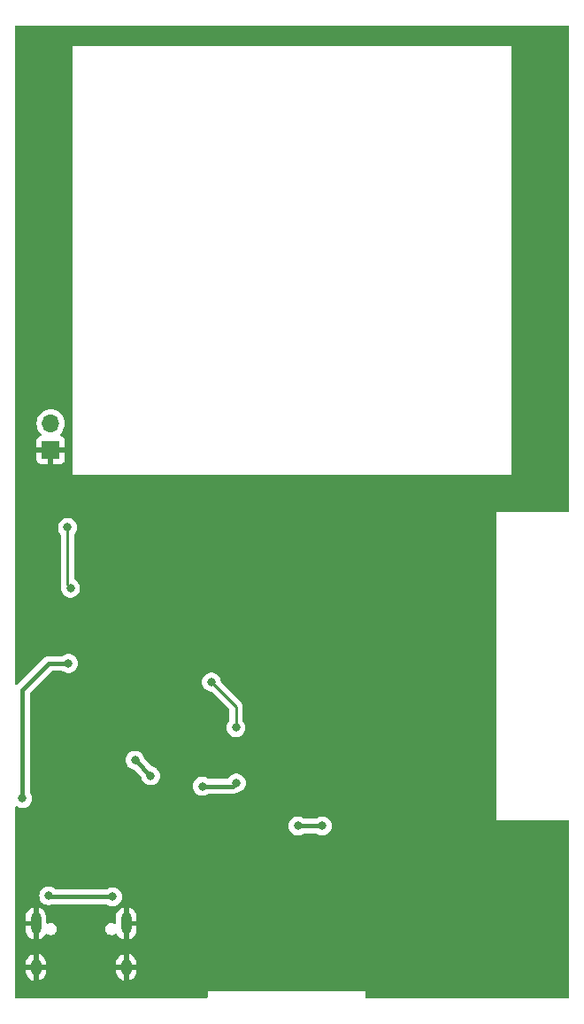
<source format=gbr>
%TF.GenerationSoftware,KiCad,Pcbnew,7.0.10+dfsg-1*%
%TF.CreationDate,2024-02-28T21:18:20+08:00*%
%TF.ProjectId,eink_digit_clk,65696e6b-5f64-4696-9769-745f636c6b2e,rev?*%
%TF.SameCoordinates,Original*%
%TF.FileFunction,Copper,L2,Bot*%
%TF.FilePolarity,Positive*%
%FSLAX46Y46*%
G04 Gerber Fmt 4.6, Leading zero omitted, Abs format (unit mm)*
G04 Created by KiCad (PCBNEW 7.0.10+dfsg-1) date 2024-02-28 21:18:20*
%MOMM*%
%LPD*%
G01*
G04 APERTURE LIST*
%TA.AperFunction,ComponentPad*%
%ADD10O,1.000000X2.100000*%
%TD*%
%TA.AperFunction,ComponentPad*%
%ADD11O,1.000000X1.600000*%
%TD*%
%TA.AperFunction,ComponentPad*%
%ADD12R,1.700000X1.700000*%
%TD*%
%TA.AperFunction,ComponentPad*%
%ADD13O,1.700000X1.700000*%
%TD*%
%TA.AperFunction,ViaPad*%
%ADD14C,0.800000*%
%TD*%
%TA.AperFunction,Conductor*%
%ADD15C,0.400000*%
%TD*%
%TA.AperFunction,Conductor*%
%ADD16C,0.250000*%
%TD*%
G04 APERTURE END LIST*
D10*
%TO.P,J2,S1,SHIELD*%
%TO.N,GND*%
X88480000Y-142845000D03*
D11*
X88480000Y-147025000D03*
D10*
X97120000Y-142845000D03*
D11*
X97120000Y-147025000D03*
%TD*%
D12*
%TO.P,J3,1,Pin_1*%
%TO.N,GND*%
X89900000Y-97575000D03*
D13*
%TO.P,J3,2,Pin_2*%
%TO.N,VBAT*%
X89900000Y-95035000D03*
%TD*%
D14*
%TO.N,GND*%
X120400000Y-135175000D03*
X92700000Y-128600000D03*
X124575000Y-102025000D03*
X132000000Y-105000000D03*
X103500000Y-111900000D03*
X117600000Y-107900000D03*
X110300000Y-141400000D03*
X94400000Y-109100000D03*
X131600000Y-129200000D03*
X109550000Y-122125000D03*
X103250000Y-103575000D03*
X137225000Y-145850000D03*
X89700000Y-88900000D03*
X128100000Y-117100000D03*
X91100000Y-136400000D03*
X92300000Y-114200000D03*
X89800000Y-100000000D03*
X127725000Y-134325000D03*
X91100000Y-120500000D03*
X94900000Y-136600000D03*
X125525000Y-143750000D03*
X101375000Y-131175000D03*
X127650000Y-139650000D03*
X103950000Y-135250000D03*
X126475000Y-107150000D03*
%TO.N,VBUS*%
X87200000Y-130900000D03*
X95800000Y-140300000D03*
X89700000Y-140200000D03*
X91600000Y-118000000D03*
%TO.N,Net-(U1-GPIO9)*%
X105275000Y-119775000D03*
X107625000Y-124125000D03*
%TO.N,+3V3*%
X97962500Y-127237500D03*
X107653673Y-129421000D03*
X104400000Y-129725000D03*
X115875000Y-133525000D03*
X99457371Y-128732371D03*
X113550000Y-133525000D03*
%TO.N,Net-(D6-K)*%
X91800000Y-110800000D03*
X91500000Y-105000000D03*
%TD*%
D15*
%TO.N,VBUS*%
X89700000Y-118000000D02*
X91600000Y-118000000D01*
X87200000Y-130900000D02*
X87200000Y-120500000D01*
X95800000Y-140300000D02*
X89800000Y-140300000D01*
X89800000Y-140300000D02*
X89700000Y-140200000D01*
X87200000Y-120500000D02*
X89700000Y-118000000D01*
D16*
%TO.N,Net-(U1-GPIO9)*%
X107625000Y-124125000D02*
X107625000Y-122125000D01*
X107625000Y-122125000D02*
X105275000Y-119775000D01*
D15*
%TO.N,+3V3*%
X104400000Y-129725000D02*
X107349673Y-129725000D01*
X107349673Y-129725000D02*
X107653673Y-129421000D01*
X115875000Y-133525000D02*
X113550000Y-133525000D01*
X99457371Y-128732371D02*
X97962500Y-127237500D01*
D16*
%TO.N,Net-(D6-K)*%
X91500000Y-110500000D02*
X91800000Y-110800000D01*
X91500000Y-105000000D02*
X91500000Y-110500000D01*
%TD*%
%TA.AperFunction,Conductor*%
%TO.N,GND*%
G36*
X139442539Y-57020185D02*
G01*
X139488294Y-57072989D01*
X139499500Y-57124500D01*
X139499500Y-103376000D01*
X139479815Y-103443039D01*
X139427011Y-103488794D01*
X139375500Y-103500000D01*
X132500000Y-103500000D01*
X132500000Y-133000000D01*
X139375500Y-133000000D01*
X139442539Y-133019685D01*
X139488294Y-133072489D01*
X139499500Y-133124000D01*
X139499500Y-149875500D01*
X139479815Y-149942539D01*
X139427011Y-149988294D01*
X139375500Y-149999500D01*
X120124500Y-149999500D01*
X120057461Y-149979815D01*
X120011706Y-149927011D01*
X120000500Y-149875500D01*
X120000500Y-149324759D01*
X120000528Y-149324616D01*
X120000524Y-149324616D01*
X120000539Y-149300002D01*
X120000541Y-149300000D01*
X120000462Y-149299808D01*
X120000384Y-149299618D01*
X120000380Y-149299614D01*
X120000194Y-149299538D01*
X120000002Y-149299459D01*
X119975446Y-149299459D01*
X119975240Y-149299500D01*
X104924760Y-149299500D01*
X104924554Y-149299459D01*
X104899998Y-149299459D01*
X104899807Y-149299538D01*
X104899619Y-149299615D01*
X104899615Y-149299618D01*
X104899459Y-149299999D01*
X104899476Y-149324616D01*
X104899471Y-149324616D01*
X104899500Y-149324759D01*
X104899500Y-149875500D01*
X104879815Y-149942539D01*
X104827011Y-149988294D01*
X104775500Y-149999500D01*
X86624500Y-149999500D01*
X86557461Y-149979815D01*
X86511706Y-149927011D01*
X86500500Y-149875500D01*
X86500500Y-147375713D01*
X87480000Y-147375713D01*
X87495418Y-147527338D01*
X87556299Y-147721381D01*
X87556304Y-147721391D01*
X87655005Y-147899215D01*
X87655005Y-147899216D01*
X87787478Y-148053530D01*
X87787479Y-148053531D01*
X87948304Y-148178018D01*
X88130907Y-148267589D01*
X88230000Y-148293244D01*
X88230000Y-147491110D01*
X88254457Y-147530610D01*
X88343962Y-147598201D01*
X88451840Y-147628895D01*
X88563521Y-147618546D01*
X88663922Y-147568552D01*
X88730000Y-147496069D01*
X88730000Y-148298365D01*
X88731944Y-148298069D01*
X88731945Y-148298069D01*
X88922660Y-148227436D01*
X88922664Y-148227434D01*
X89095267Y-148119850D01*
X89242668Y-147979735D01*
X89242669Y-147979733D01*
X89358856Y-147812804D01*
X89439059Y-147625907D01*
X89480000Y-147426690D01*
X89480000Y-147375713D01*
X96120000Y-147375713D01*
X96135418Y-147527338D01*
X96196299Y-147721381D01*
X96196304Y-147721391D01*
X96295005Y-147899215D01*
X96295005Y-147899216D01*
X96427478Y-148053530D01*
X96427479Y-148053531D01*
X96588304Y-148178018D01*
X96770907Y-148267589D01*
X96870000Y-148293244D01*
X96870000Y-147491110D01*
X96894457Y-147530610D01*
X96983962Y-147598201D01*
X97091840Y-147628895D01*
X97203521Y-147618546D01*
X97303922Y-147568552D01*
X97370000Y-147496069D01*
X97370000Y-148298366D01*
X97371944Y-148298069D01*
X97371945Y-148298069D01*
X97562660Y-148227436D01*
X97562664Y-148227434D01*
X97735267Y-148119850D01*
X97882668Y-147979735D01*
X97882669Y-147979733D01*
X97998856Y-147812804D01*
X98079059Y-147625907D01*
X98120000Y-147426690D01*
X98120000Y-147275000D01*
X97420000Y-147275000D01*
X97420000Y-146775000D01*
X98120000Y-146775000D01*
X98120000Y-146674286D01*
X98104581Y-146522661D01*
X98043700Y-146328618D01*
X98043695Y-146328608D01*
X97944994Y-146150784D01*
X97944994Y-146150783D01*
X97812521Y-145996469D01*
X97812520Y-145996468D01*
X97651695Y-145871981D01*
X97469093Y-145782411D01*
X97370000Y-145756753D01*
X97370000Y-146558889D01*
X97345543Y-146519390D01*
X97256038Y-146451799D01*
X97148160Y-146421105D01*
X97036479Y-146431454D01*
X96936078Y-146481448D01*
X96870000Y-146553930D01*
X96870000Y-145751633D01*
X96868053Y-145751931D01*
X96868047Y-145751933D01*
X96677342Y-145822562D01*
X96677335Y-145822565D01*
X96504732Y-145930149D01*
X96357331Y-146070264D01*
X96357330Y-146070266D01*
X96241143Y-146237195D01*
X96160940Y-146424092D01*
X96120000Y-146623309D01*
X96120000Y-146775000D01*
X96820000Y-146775000D01*
X96820000Y-147275000D01*
X96120000Y-147275000D01*
X96120000Y-147375713D01*
X89480000Y-147375713D01*
X89480000Y-147275000D01*
X88780000Y-147275000D01*
X88780000Y-146775000D01*
X89480000Y-146775000D01*
X89480000Y-146674286D01*
X89464581Y-146522661D01*
X89403700Y-146328618D01*
X89403695Y-146328608D01*
X89304994Y-146150784D01*
X89304994Y-146150783D01*
X89172521Y-145996469D01*
X89172520Y-145996468D01*
X89011695Y-145871981D01*
X88829093Y-145782411D01*
X88730000Y-145756753D01*
X88730000Y-146558889D01*
X88705543Y-146519390D01*
X88616038Y-146451799D01*
X88508160Y-146421105D01*
X88396479Y-146431454D01*
X88296078Y-146481448D01*
X88230000Y-146553930D01*
X88230000Y-145751633D01*
X88228053Y-145751931D01*
X88228047Y-145751933D01*
X88037342Y-145822562D01*
X88037335Y-145822565D01*
X87864732Y-145930149D01*
X87717331Y-146070264D01*
X87717330Y-146070266D01*
X87601143Y-146237195D01*
X87520940Y-146424092D01*
X87480000Y-146623309D01*
X87480000Y-146775000D01*
X88180000Y-146775000D01*
X88180000Y-147275000D01*
X87480000Y-147275000D01*
X87480000Y-147375713D01*
X86500500Y-147375713D01*
X86500500Y-143445713D01*
X87480000Y-143445713D01*
X87495418Y-143597338D01*
X87556299Y-143791381D01*
X87556304Y-143791391D01*
X87655005Y-143969215D01*
X87655005Y-143969216D01*
X87787478Y-144123530D01*
X87787479Y-144123531D01*
X87948304Y-144248018D01*
X88130907Y-144337589D01*
X88230000Y-144363244D01*
X88230000Y-143561110D01*
X88254457Y-143600610D01*
X88343962Y-143668201D01*
X88451840Y-143698895D01*
X88563521Y-143688546D01*
X88663922Y-143638552D01*
X88730000Y-143566069D01*
X88730000Y-144368365D01*
X88731944Y-144368069D01*
X88731945Y-144368069D01*
X88922660Y-144297436D01*
X88922664Y-144297434D01*
X89095267Y-144189850D01*
X89242668Y-144049735D01*
X89242669Y-144049733D01*
X89358854Y-143882806D01*
X89360604Y-143878729D01*
X89405125Y-143824881D01*
X89471691Y-143803650D01*
X89539168Y-143821778D01*
X89550046Y-143829241D01*
X89617749Y-143881191D01*
X89617752Y-143881193D01*
X89649686Y-143894420D01*
X89758720Y-143939584D01*
X89815370Y-143947042D01*
X89872019Y-143954500D01*
X89872020Y-143954500D01*
X89947981Y-143954500D01*
X89985746Y-143949528D01*
X90061280Y-143939584D01*
X90202250Y-143881192D01*
X90323304Y-143788304D01*
X90416192Y-143667250D01*
X90474584Y-143526280D01*
X90494500Y-143375001D01*
X95105500Y-143375001D01*
X95125415Y-143526278D01*
X95125416Y-143526280D01*
X95183806Y-143667247D01*
X95183807Y-143667249D01*
X95183808Y-143667250D01*
X95276696Y-143788304D01*
X95397750Y-143881192D01*
X95397751Y-143881192D01*
X95397752Y-143881193D01*
X95429686Y-143894420D01*
X95538720Y-143939584D01*
X95595370Y-143947042D01*
X95652019Y-143954500D01*
X95652020Y-143954500D01*
X95727981Y-143954500D01*
X95765746Y-143949528D01*
X95841280Y-143939584D01*
X95982250Y-143881192D01*
X96053220Y-143826734D01*
X96118385Y-143801541D01*
X96186830Y-143815579D01*
X96236821Y-143864392D01*
X96237123Y-143864933D01*
X96295005Y-143969215D01*
X96295005Y-143969216D01*
X96427478Y-144123530D01*
X96427479Y-144123531D01*
X96588304Y-144248018D01*
X96770907Y-144337589D01*
X96870000Y-144363244D01*
X96870000Y-143561110D01*
X96894457Y-143600610D01*
X96983962Y-143668201D01*
X97091840Y-143698895D01*
X97203521Y-143688546D01*
X97303922Y-143638552D01*
X97370000Y-143566069D01*
X97370000Y-144368366D01*
X97371944Y-144368069D01*
X97371945Y-144368069D01*
X97562660Y-144297436D01*
X97562664Y-144297434D01*
X97735267Y-144189850D01*
X97882668Y-144049735D01*
X97882669Y-144049733D01*
X97998856Y-143882804D01*
X98079059Y-143695907D01*
X98120000Y-143496690D01*
X98120000Y-143095000D01*
X97420000Y-143095000D01*
X97420000Y-142595000D01*
X98120000Y-142595000D01*
X98120000Y-142244286D01*
X98104581Y-142092661D01*
X98043700Y-141898618D01*
X98043695Y-141898608D01*
X97944994Y-141720784D01*
X97944994Y-141720783D01*
X97812521Y-141566469D01*
X97812520Y-141566468D01*
X97651695Y-141441981D01*
X97469093Y-141352411D01*
X97370000Y-141326753D01*
X97370000Y-142128889D01*
X97345543Y-142089390D01*
X97256038Y-142021799D01*
X97148160Y-141991105D01*
X97036479Y-142001454D01*
X96936078Y-142051448D01*
X96870000Y-142123930D01*
X96870000Y-141321633D01*
X96868053Y-141321931D01*
X96868047Y-141321933D01*
X96677342Y-141392562D01*
X96677335Y-141392565D01*
X96504732Y-141500149D01*
X96357331Y-141640264D01*
X96357330Y-141640266D01*
X96241143Y-141807195D01*
X96160940Y-141994092D01*
X96120000Y-142193309D01*
X96120000Y-142740286D01*
X96100315Y-142807325D01*
X96047511Y-142853080D01*
X95978353Y-142863024D01*
X95948548Y-142854847D01*
X95841283Y-142810417D01*
X95841278Y-142810415D01*
X95727981Y-142795500D01*
X95727980Y-142795500D01*
X95652020Y-142795500D01*
X95652019Y-142795500D01*
X95538721Y-142810415D01*
X95538719Y-142810416D01*
X95397752Y-142868806D01*
X95276696Y-142961696D01*
X95183806Y-143082752D01*
X95125416Y-143223719D01*
X95125415Y-143223721D01*
X95105500Y-143374998D01*
X95105500Y-143375001D01*
X90494500Y-143375001D01*
X90494500Y-143375000D01*
X90474584Y-143223720D01*
X90416192Y-143082750D01*
X90323304Y-142961696D01*
X90202250Y-142868808D01*
X90202249Y-142868807D01*
X90202247Y-142868806D01*
X90061280Y-142810416D01*
X90061278Y-142810415D01*
X89947981Y-142795500D01*
X89947980Y-142795500D01*
X89872020Y-142795500D01*
X89872019Y-142795500D01*
X89758721Y-142810415D01*
X89758716Y-142810417D01*
X89651452Y-142854847D01*
X89581983Y-142862316D01*
X89519504Y-142831040D01*
X89483852Y-142770951D01*
X89480000Y-142740286D01*
X89480000Y-142244286D01*
X89464581Y-142092661D01*
X89403700Y-141898618D01*
X89403695Y-141898608D01*
X89304994Y-141720784D01*
X89304994Y-141720783D01*
X89172521Y-141566469D01*
X89172520Y-141566468D01*
X89011695Y-141441981D01*
X88829093Y-141352411D01*
X88730000Y-141326753D01*
X88730000Y-142128889D01*
X88705543Y-142089390D01*
X88616038Y-142021799D01*
X88508160Y-141991105D01*
X88396479Y-142001454D01*
X88296078Y-142051448D01*
X88230000Y-142123930D01*
X88230000Y-141321633D01*
X88228053Y-141321931D01*
X88228047Y-141321933D01*
X88037342Y-141392562D01*
X88037335Y-141392565D01*
X87864732Y-141500149D01*
X87717331Y-141640264D01*
X87717330Y-141640266D01*
X87601143Y-141807195D01*
X87520940Y-141994092D01*
X87480000Y-142193309D01*
X87480000Y-142595000D01*
X88180000Y-142595000D01*
X88180000Y-143095000D01*
X87480000Y-143095000D01*
X87480000Y-143445713D01*
X86500500Y-143445713D01*
X86500500Y-140200000D01*
X88794540Y-140200000D01*
X88814326Y-140388256D01*
X88814327Y-140388259D01*
X88872818Y-140568277D01*
X88872821Y-140568284D01*
X88967467Y-140732216D01*
X89057506Y-140832214D01*
X89094129Y-140872888D01*
X89247265Y-140984148D01*
X89247270Y-140984151D01*
X89420192Y-141061142D01*
X89420197Y-141061144D01*
X89605354Y-141100500D01*
X89605355Y-141100500D01*
X89794644Y-141100500D01*
X89794646Y-141100500D01*
X89979803Y-141061144D01*
X90062820Y-141024182D01*
X90091931Y-141011221D01*
X90142367Y-141000500D01*
X95191844Y-141000500D01*
X95258883Y-141020185D01*
X95264729Y-141024182D01*
X95347265Y-141084148D01*
X95347270Y-141084151D01*
X95520192Y-141161142D01*
X95520197Y-141161144D01*
X95705354Y-141200500D01*
X95705355Y-141200500D01*
X95894644Y-141200500D01*
X95894646Y-141200500D01*
X96079803Y-141161144D01*
X96252730Y-141084151D01*
X96405871Y-140972888D01*
X96532533Y-140832216D01*
X96627179Y-140668284D01*
X96685674Y-140488256D01*
X96705460Y-140300000D01*
X96685674Y-140111744D01*
X96627179Y-139931716D01*
X96532533Y-139767784D01*
X96405871Y-139627112D01*
X96405870Y-139627111D01*
X96252734Y-139515851D01*
X96252729Y-139515848D01*
X96079807Y-139438857D01*
X96079802Y-139438855D01*
X95934001Y-139407865D01*
X95894646Y-139399500D01*
X95705354Y-139399500D01*
X95672897Y-139406398D01*
X95520197Y-139438855D01*
X95520192Y-139438857D01*
X95347270Y-139515848D01*
X95347265Y-139515851D01*
X95264729Y-139575818D01*
X95198923Y-139599298D01*
X95191844Y-139599500D01*
X90426258Y-139599500D01*
X90359219Y-139579815D01*
X90334109Y-139558473D01*
X90305871Y-139527112D01*
X90305864Y-139527106D01*
X90152734Y-139415851D01*
X90152729Y-139415848D01*
X89979807Y-139338857D01*
X89979802Y-139338855D01*
X89834001Y-139307865D01*
X89794646Y-139299500D01*
X89605354Y-139299500D01*
X89572897Y-139306398D01*
X89420197Y-139338855D01*
X89420192Y-139338857D01*
X89247270Y-139415848D01*
X89247265Y-139415851D01*
X89094129Y-139527111D01*
X88967466Y-139667785D01*
X88872821Y-139831715D01*
X88872818Y-139831722D01*
X88814327Y-140011740D01*
X88814326Y-140011744D01*
X88794540Y-140200000D01*
X86500500Y-140200000D01*
X86500500Y-133525000D01*
X112644540Y-133525000D01*
X112664326Y-133713256D01*
X112664327Y-133713259D01*
X112722818Y-133893277D01*
X112722821Y-133893284D01*
X112817467Y-134057216D01*
X112944129Y-134197888D01*
X113097265Y-134309148D01*
X113097270Y-134309151D01*
X113270192Y-134386142D01*
X113270197Y-134386144D01*
X113455354Y-134425500D01*
X113455355Y-134425500D01*
X113644644Y-134425500D01*
X113644646Y-134425500D01*
X113829803Y-134386144D01*
X114002730Y-134309151D01*
X114018320Y-134297823D01*
X114085271Y-134249182D01*
X114151077Y-134225702D01*
X114158156Y-134225500D01*
X115266844Y-134225500D01*
X115333883Y-134245185D01*
X115339729Y-134249182D01*
X115422265Y-134309148D01*
X115422270Y-134309151D01*
X115595192Y-134386142D01*
X115595197Y-134386144D01*
X115780354Y-134425500D01*
X115780355Y-134425500D01*
X115969644Y-134425500D01*
X115969646Y-134425500D01*
X116154803Y-134386144D01*
X116327730Y-134309151D01*
X116480871Y-134197888D01*
X116607533Y-134057216D01*
X116702179Y-133893284D01*
X116760674Y-133713256D01*
X116780460Y-133525000D01*
X116760674Y-133336744D01*
X116702179Y-133156716D01*
X116607533Y-132992784D01*
X116480871Y-132852112D01*
X116480870Y-132852111D01*
X116327734Y-132740851D01*
X116327729Y-132740848D01*
X116154807Y-132663857D01*
X116154802Y-132663855D01*
X116009001Y-132632865D01*
X115969646Y-132624500D01*
X115780354Y-132624500D01*
X115747897Y-132631398D01*
X115595197Y-132663855D01*
X115595192Y-132663857D01*
X115422270Y-132740848D01*
X115422265Y-132740851D01*
X115339729Y-132800818D01*
X115273923Y-132824298D01*
X115266844Y-132824500D01*
X114158156Y-132824500D01*
X114091117Y-132804815D01*
X114085271Y-132800818D01*
X114002734Y-132740851D01*
X114002729Y-132740848D01*
X113829807Y-132663857D01*
X113829802Y-132663855D01*
X113684001Y-132632865D01*
X113644646Y-132624500D01*
X113455354Y-132624500D01*
X113422897Y-132631398D01*
X113270197Y-132663855D01*
X113270192Y-132663857D01*
X113097270Y-132740848D01*
X113097265Y-132740851D01*
X112944129Y-132852111D01*
X112817466Y-132992785D01*
X112722821Y-133156715D01*
X112722818Y-133156722D01*
X112664327Y-133336740D01*
X112664326Y-133336744D01*
X112644540Y-133525000D01*
X86500500Y-133525000D01*
X86500500Y-131748226D01*
X86520185Y-131681187D01*
X86572989Y-131635432D01*
X86642147Y-131625488D01*
X86697385Y-131647908D01*
X86747265Y-131684148D01*
X86747270Y-131684151D01*
X86920192Y-131761142D01*
X86920197Y-131761144D01*
X87105354Y-131800500D01*
X87105355Y-131800500D01*
X87294644Y-131800500D01*
X87294646Y-131800500D01*
X87479803Y-131761144D01*
X87652730Y-131684151D01*
X87805871Y-131572888D01*
X87932533Y-131432216D01*
X88027179Y-131268284D01*
X88085674Y-131088256D01*
X88105460Y-130900000D01*
X88085674Y-130711744D01*
X88027179Y-130531716D01*
X87951434Y-130400522D01*
X87932535Y-130367787D01*
X87932531Y-130367782D01*
X87932344Y-130367574D01*
X87932273Y-130367427D01*
X87928714Y-130362528D01*
X87929610Y-130361876D01*
X87902119Y-130304580D01*
X87900500Y-130284608D01*
X87900500Y-129725000D01*
X103494540Y-129725000D01*
X103514326Y-129913256D01*
X103514327Y-129913259D01*
X103572818Y-130093277D01*
X103572821Y-130093284D01*
X103667467Y-130257216D01*
X103794129Y-130397888D01*
X103947265Y-130509148D01*
X103947270Y-130509151D01*
X104120192Y-130586142D01*
X104120197Y-130586144D01*
X104305354Y-130625500D01*
X104305355Y-130625500D01*
X104494644Y-130625500D01*
X104494646Y-130625500D01*
X104679803Y-130586144D01*
X104852730Y-130509151D01*
X104868320Y-130497823D01*
X104935271Y-130449182D01*
X105001077Y-130425702D01*
X105008156Y-130425500D01*
X107324752Y-130425500D01*
X107332239Y-130425725D01*
X107392279Y-130429358D01*
X107451455Y-130418513D01*
X107458858Y-130417387D01*
X107462594Y-130416933D01*
X107518545Y-130410140D01*
X107528008Y-130406550D01*
X107549634Y-130400522D01*
X107550566Y-130400351D01*
X107559605Y-130398695D01*
X107614481Y-130373996D01*
X107621351Y-130371150D01*
X107677603Y-130349818D01*
X107685939Y-130344062D01*
X107705508Y-130333027D01*
X107707769Y-130332010D01*
X107745666Y-130321779D01*
X107748316Y-130321500D01*
X107748319Y-130321500D01*
X107933476Y-130282144D01*
X108106403Y-130205151D01*
X108259544Y-130093888D01*
X108386206Y-129953216D01*
X108480852Y-129789284D01*
X108539347Y-129609256D01*
X108559133Y-129421000D01*
X108539347Y-129232744D01*
X108480852Y-129052716D01*
X108386206Y-128888784D01*
X108259544Y-128748112D01*
X108259543Y-128748111D01*
X108106407Y-128636851D01*
X108106402Y-128636848D01*
X107933480Y-128559857D01*
X107933475Y-128559855D01*
X107787674Y-128528865D01*
X107748319Y-128520500D01*
X107559027Y-128520500D01*
X107526570Y-128527398D01*
X107373870Y-128559855D01*
X107373865Y-128559857D01*
X107200943Y-128636848D01*
X107200938Y-128636851D01*
X107047802Y-128748111D01*
X106921139Y-128888785D01*
X106878580Y-128962500D01*
X106828013Y-129010715D01*
X106771193Y-129024500D01*
X105008156Y-129024500D01*
X104941117Y-129004815D01*
X104935271Y-129000818D01*
X104852734Y-128940851D01*
X104852729Y-128940848D01*
X104679807Y-128863857D01*
X104679802Y-128863855D01*
X104509103Y-128827573D01*
X104494646Y-128824500D01*
X104305354Y-128824500D01*
X104290897Y-128827573D01*
X104120197Y-128863855D01*
X104120192Y-128863857D01*
X103947270Y-128940848D01*
X103947265Y-128940851D01*
X103794129Y-129052111D01*
X103667466Y-129192785D01*
X103572821Y-129356715D01*
X103572818Y-129356722D01*
X103514327Y-129536740D01*
X103514326Y-129536744D01*
X103494540Y-129725000D01*
X87900500Y-129725000D01*
X87900500Y-127237500D01*
X97057040Y-127237500D01*
X97076826Y-127425756D01*
X97076827Y-127425759D01*
X97135318Y-127605777D01*
X97135321Y-127605784D01*
X97229967Y-127769716D01*
X97261831Y-127805104D01*
X97356629Y-127910388D01*
X97509765Y-128021648D01*
X97509770Y-128021651D01*
X97682691Y-128098642D01*
X97682693Y-128098642D01*
X97682697Y-128098644D01*
X97837630Y-128131575D01*
X97899107Y-128164766D01*
X97899526Y-128165183D01*
X98530866Y-128796523D01*
X98564351Y-128857846D01*
X98566505Y-128871240D01*
X98571696Y-128920620D01*
X98571698Y-128920631D01*
X98630189Y-129100648D01*
X98630192Y-129100655D01*
X98724838Y-129264587D01*
X98807791Y-129356715D01*
X98851500Y-129405259D01*
X99004636Y-129516519D01*
X99004641Y-129516522D01*
X99177563Y-129593513D01*
X99177568Y-129593515D01*
X99362725Y-129632871D01*
X99362726Y-129632871D01*
X99552015Y-129632871D01*
X99552017Y-129632871D01*
X99737174Y-129593515D01*
X99910101Y-129516522D01*
X100063242Y-129405259D01*
X100189904Y-129264587D01*
X100284550Y-129100655D01*
X100343045Y-128920627D01*
X100362831Y-128732371D01*
X100343045Y-128544115D01*
X100284550Y-128364087D01*
X100189904Y-128200155D01*
X100063242Y-128059483D01*
X100011171Y-128021651D01*
X99910105Y-127948222D01*
X99910100Y-127948219D01*
X99737178Y-127871228D01*
X99737173Y-127871226D01*
X99600861Y-127842253D01*
X99582243Y-127838295D01*
X99520762Y-127805104D01*
X99520344Y-127804687D01*
X98889003Y-127173346D01*
X98855518Y-127112023D01*
X98853365Y-127098643D01*
X98848174Y-127049244D01*
X98789679Y-126869216D01*
X98695033Y-126705284D01*
X98568371Y-126564612D01*
X98568370Y-126564611D01*
X98415234Y-126453351D01*
X98415229Y-126453348D01*
X98242307Y-126376357D01*
X98242302Y-126376355D01*
X98096501Y-126345365D01*
X98057146Y-126337000D01*
X97867854Y-126337000D01*
X97835397Y-126343898D01*
X97682697Y-126376355D01*
X97682692Y-126376357D01*
X97509770Y-126453348D01*
X97509765Y-126453351D01*
X97356629Y-126564611D01*
X97229966Y-126705285D01*
X97135321Y-126869215D01*
X97135318Y-126869222D01*
X97076827Y-127049240D01*
X97076826Y-127049244D01*
X97057040Y-127237500D01*
X87900500Y-127237500D01*
X87900500Y-120841519D01*
X87920185Y-120774480D01*
X87936819Y-120753838D01*
X88915657Y-119775000D01*
X104369540Y-119775000D01*
X104389326Y-119963256D01*
X104389327Y-119963259D01*
X104447818Y-120143277D01*
X104447821Y-120143284D01*
X104542467Y-120307216D01*
X104658732Y-120436341D01*
X104669129Y-120447888D01*
X104822265Y-120559148D01*
X104822270Y-120559151D01*
X104995192Y-120636142D01*
X104995197Y-120636144D01*
X105180354Y-120675500D01*
X105239548Y-120675500D01*
X105306587Y-120695185D01*
X105327229Y-120711819D01*
X106963181Y-122347771D01*
X106996666Y-122409094D01*
X106999500Y-122435452D01*
X106999500Y-123426312D01*
X106979815Y-123493351D01*
X106967650Y-123509284D01*
X106892466Y-123592784D01*
X106797821Y-123756715D01*
X106797818Y-123756722D01*
X106739327Y-123936740D01*
X106739326Y-123936744D01*
X106719540Y-124125000D01*
X106739326Y-124313256D01*
X106739327Y-124313259D01*
X106797818Y-124493277D01*
X106797821Y-124493284D01*
X106892467Y-124657216D01*
X107019129Y-124797888D01*
X107172265Y-124909148D01*
X107172270Y-124909151D01*
X107345192Y-124986142D01*
X107345197Y-124986144D01*
X107530354Y-125025500D01*
X107530355Y-125025500D01*
X107719644Y-125025500D01*
X107719646Y-125025500D01*
X107904803Y-124986144D01*
X108077730Y-124909151D01*
X108230871Y-124797888D01*
X108357533Y-124657216D01*
X108452179Y-124493284D01*
X108510674Y-124313256D01*
X108530460Y-124125000D01*
X108510674Y-123936744D01*
X108452179Y-123756716D01*
X108357533Y-123592784D01*
X108282350Y-123509284D01*
X108252120Y-123446292D01*
X108250500Y-123426312D01*
X108250500Y-122207742D01*
X108252224Y-122192122D01*
X108251939Y-122192096D01*
X108252671Y-122184340D01*
X108252673Y-122184333D01*
X108250561Y-122117126D01*
X108250500Y-122113231D01*
X108250500Y-122085654D01*
X108250500Y-122085650D01*
X108249996Y-122081665D01*
X108249080Y-122070021D01*
X108247709Y-122026373D01*
X108242122Y-122007144D01*
X108238174Y-121988084D01*
X108235663Y-121968204D01*
X108219588Y-121927604D01*
X108215804Y-121916552D01*
X108203618Y-121874609D01*
X108203616Y-121874606D01*
X108193423Y-121857371D01*
X108184861Y-121839894D01*
X108177487Y-121821269D01*
X108151816Y-121785937D01*
X108145405Y-121776177D01*
X108123170Y-121738580D01*
X108123168Y-121738578D01*
X108123165Y-121738574D01*
X108109006Y-121724415D01*
X108096368Y-121709619D01*
X108084594Y-121693413D01*
X108050940Y-121665572D01*
X108042299Y-121657709D01*
X106213960Y-119829369D01*
X106180475Y-119768046D01*
X106178323Y-119754668D01*
X106160674Y-119586744D01*
X106102179Y-119406716D01*
X106007533Y-119242784D01*
X105880871Y-119102112D01*
X105880870Y-119102111D01*
X105727734Y-118990851D01*
X105727729Y-118990848D01*
X105554807Y-118913857D01*
X105554802Y-118913855D01*
X105409001Y-118882865D01*
X105369646Y-118874500D01*
X105180354Y-118874500D01*
X105147897Y-118881398D01*
X104995197Y-118913855D01*
X104995192Y-118913857D01*
X104822270Y-118990848D01*
X104822265Y-118990851D01*
X104669129Y-119102111D01*
X104542466Y-119242785D01*
X104447821Y-119406715D01*
X104447818Y-119406722D01*
X104389327Y-119586740D01*
X104389326Y-119586744D01*
X104369540Y-119775000D01*
X88915657Y-119775000D01*
X89953838Y-118736819D01*
X90015161Y-118703334D01*
X90041519Y-118700500D01*
X90991844Y-118700500D01*
X91058883Y-118720185D01*
X91064729Y-118724182D01*
X91147265Y-118784148D01*
X91147270Y-118784151D01*
X91320192Y-118861142D01*
X91320197Y-118861144D01*
X91505354Y-118900500D01*
X91505355Y-118900500D01*
X91694644Y-118900500D01*
X91694646Y-118900500D01*
X91879803Y-118861144D01*
X92052730Y-118784151D01*
X92205871Y-118672888D01*
X92332533Y-118532216D01*
X92427179Y-118368284D01*
X92485674Y-118188256D01*
X92505460Y-118000000D01*
X92485674Y-117811744D01*
X92427179Y-117631716D01*
X92332533Y-117467784D01*
X92205871Y-117327112D01*
X92204762Y-117326306D01*
X92052734Y-117215851D01*
X92052729Y-117215848D01*
X91879807Y-117138857D01*
X91879802Y-117138855D01*
X91734001Y-117107865D01*
X91694646Y-117099500D01*
X91505354Y-117099500D01*
X91472897Y-117106398D01*
X91320197Y-117138855D01*
X91320192Y-117138857D01*
X91147270Y-117215848D01*
X91147265Y-117215851D01*
X91064729Y-117275818D01*
X90998923Y-117299298D01*
X90991844Y-117299500D01*
X89724921Y-117299500D01*
X89717433Y-117299274D01*
X89657396Y-117295642D01*
X89657388Y-117295642D01*
X89598227Y-117306483D01*
X89590827Y-117307610D01*
X89531128Y-117314860D01*
X89531121Y-117314861D01*
X89521647Y-117318454D01*
X89500049Y-117324475D01*
X89490068Y-117326305D01*
X89490063Y-117326306D01*
X89435212Y-117350992D01*
X89428296Y-117353857D01*
X89372070Y-117375181D01*
X89372066Y-117375184D01*
X89363723Y-117380942D01*
X89344188Y-117391960D01*
X89334948Y-117396119D01*
X89334938Y-117396124D01*
X89287597Y-117433213D01*
X89281569Y-117437649D01*
X89232068Y-117471819D01*
X89192183Y-117516838D01*
X89187051Y-117522290D01*
X86722290Y-119987051D01*
X86716842Y-119992180D01*
X86706733Y-120001137D01*
X86643502Y-120030862D01*
X86574238Y-120021684D01*
X86520932Y-119976515D01*
X86500508Y-119909697D01*
X86500500Y-119908327D01*
X86500500Y-105000000D01*
X90594540Y-105000000D01*
X90614326Y-105188256D01*
X90614327Y-105188259D01*
X90672818Y-105368277D01*
X90672821Y-105368284D01*
X90767467Y-105532216D01*
X90810772Y-105580310D01*
X90842650Y-105615715D01*
X90872880Y-105678706D01*
X90874500Y-105698687D01*
X90874500Y-110417255D01*
X90872775Y-110432872D01*
X90873061Y-110432899D01*
X90872326Y-110440665D01*
X90874439Y-110507872D01*
X90874500Y-110511767D01*
X90874500Y-110539357D01*
X90875003Y-110543335D01*
X90875918Y-110554967D01*
X90877290Y-110598626D01*
X90882879Y-110617862D01*
X90886824Y-110636914D01*
X90889334Y-110656784D01*
X90889336Y-110656793D01*
X90894130Y-110668901D01*
X90902158Y-110727505D01*
X90894540Y-110799998D01*
X90894540Y-110800000D01*
X90914326Y-110988256D01*
X90914327Y-110988259D01*
X90972818Y-111168277D01*
X90972821Y-111168284D01*
X91067467Y-111332216D01*
X91194129Y-111472888D01*
X91347265Y-111584148D01*
X91347270Y-111584151D01*
X91520192Y-111661142D01*
X91520197Y-111661144D01*
X91705354Y-111700500D01*
X91705355Y-111700500D01*
X91894644Y-111700500D01*
X91894646Y-111700500D01*
X92079803Y-111661144D01*
X92252730Y-111584151D01*
X92405871Y-111472888D01*
X92532533Y-111332216D01*
X92627179Y-111168284D01*
X92685674Y-110988256D01*
X92705460Y-110800000D01*
X92685674Y-110611744D01*
X92627179Y-110431716D01*
X92532533Y-110267784D01*
X92405871Y-110127112D01*
X92405870Y-110127111D01*
X92252732Y-110015849D01*
X92199063Y-109991954D01*
X92145827Y-109946703D01*
X92125506Y-109879854D01*
X92125500Y-109878675D01*
X92125500Y-105698687D01*
X92145185Y-105631648D01*
X92157350Y-105615715D01*
X92175891Y-105595122D01*
X92232533Y-105532216D01*
X92327179Y-105368284D01*
X92385674Y-105188256D01*
X92405460Y-105000000D01*
X92385674Y-104811744D01*
X92327179Y-104631716D01*
X92232533Y-104467784D01*
X92105871Y-104327112D01*
X92105870Y-104327111D01*
X91952734Y-104215851D01*
X91952729Y-104215848D01*
X91779807Y-104138857D01*
X91779802Y-104138855D01*
X91634001Y-104107865D01*
X91594646Y-104099500D01*
X91405354Y-104099500D01*
X91372897Y-104106398D01*
X91220197Y-104138855D01*
X91220192Y-104138857D01*
X91047270Y-104215848D01*
X91047265Y-104215851D01*
X90894129Y-104327111D01*
X90767466Y-104467785D01*
X90672821Y-104631715D01*
X90672818Y-104631722D01*
X90614327Y-104811740D01*
X90614326Y-104811744D01*
X90594540Y-105000000D01*
X86500500Y-105000000D01*
X86500500Y-99975889D01*
X91999416Y-99975889D01*
X91999459Y-100000000D01*
X91999500Y-100000099D01*
X91999617Y-100000383D01*
X91999618Y-100000384D01*
X91999808Y-100000462D01*
X92000000Y-100000541D01*
X92000002Y-100000539D01*
X92024616Y-100000524D01*
X92024616Y-100000528D01*
X92024760Y-100000500D01*
X133975240Y-100000500D01*
X133975383Y-100000528D01*
X133975384Y-100000524D01*
X133999997Y-100000539D01*
X134000000Y-100000541D01*
X134000383Y-100000383D01*
X134000500Y-100000099D01*
X134000541Y-100000000D01*
X134000540Y-99999997D01*
X134000583Y-99975889D01*
X134000500Y-99975467D01*
X134000500Y-59024759D01*
X134000528Y-59024616D01*
X134000524Y-59024616D01*
X134000539Y-59000002D01*
X134000541Y-59000000D01*
X134000462Y-58999808D01*
X134000384Y-58999618D01*
X134000380Y-58999614D01*
X134000194Y-58999538D01*
X134000002Y-58999459D01*
X133975446Y-58999459D01*
X133975240Y-58999500D01*
X92024760Y-58999500D01*
X92024554Y-58999459D01*
X91999998Y-58999459D01*
X91999807Y-58999538D01*
X91999619Y-58999615D01*
X91999615Y-58999618D01*
X91999459Y-58999999D01*
X91999476Y-59024616D01*
X91999471Y-59024616D01*
X91999500Y-59024759D01*
X91999500Y-99975467D01*
X91999416Y-99975889D01*
X86500500Y-99975889D01*
X86500500Y-95035000D01*
X88544341Y-95035000D01*
X88564936Y-95270403D01*
X88564938Y-95270413D01*
X88626094Y-95498655D01*
X88626096Y-95498659D01*
X88626097Y-95498663D01*
X88725965Y-95712830D01*
X88725967Y-95712834D01*
X88834281Y-95867521D01*
X88861501Y-95906396D01*
X88861506Y-95906402D01*
X88983818Y-96028714D01*
X89017303Y-96090037D01*
X89012319Y-96159729D01*
X88970447Y-96215662D01*
X88939471Y-96232577D01*
X88807912Y-96281646D01*
X88807906Y-96281649D01*
X88692812Y-96367809D01*
X88692809Y-96367812D01*
X88606649Y-96482906D01*
X88606645Y-96482913D01*
X88556403Y-96617620D01*
X88556401Y-96617627D01*
X88550000Y-96677155D01*
X88550000Y-97325000D01*
X89466314Y-97325000D01*
X89440507Y-97365156D01*
X89400000Y-97503111D01*
X89400000Y-97646889D01*
X89440507Y-97784844D01*
X89466314Y-97825000D01*
X88550000Y-97825000D01*
X88550000Y-98472844D01*
X88556401Y-98532372D01*
X88556403Y-98532379D01*
X88606645Y-98667086D01*
X88606649Y-98667093D01*
X88692809Y-98782187D01*
X88692812Y-98782190D01*
X88807906Y-98868350D01*
X88807913Y-98868354D01*
X88942620Y-98918596D01*
X88942627Y-98918598D01*
X89002155Y-98924999D01*
X89002172Y-98925000D01*
X89650000Y-98925000D01*
X89650000Y-98010501D01*
X89757685Y-98059680D01*
X89864237Y-98075000D01*
X89935763Y-98075000D01*
X90042315Y-98059680D01*
X90150000Y-98010501D01*
X90150000Y-98925000D01*
X90797828Y-98925000D01*
X90797844Y-98924999D01*
X90857372Y-98918598D01*
X90857379Y-98918596D01*
X90992086Y-98868354D01*
X90992093Y-98868350D01*
X91107187Y-98782190D01*
X91107190Y-98782187D01*
X91193350Y-98667093D01*
X91193354Y-98667086D01*
X91243596Y-98532379D01*
X91243598Y-98532372D01*
X91249999Y-98472844D01*
X91250000Y-98472827D01*
X91250000Y-97825000D01*
X90333686Y-97825000D01*
X90359493Y-97784844D01*
X90400000Y-97646889D01*
X90400000Y-97503111D01*
X90359493Y-97365156D01*
X90333686Y-97325000D01*
X91250000Y-97325000D01*
X91250000Y-96677172D01*
X91249999Y-96677155D01*
X91243598Y-96617627D01*
X91243596Y-96617620D01*
X91193354Y-96482913D01*
X91193350Y-96482906D01*
X91107190Y-96367812D01*
X91107187Y-96367809D01*
X90992093Y-96281649D01*
X90992088Y-96281646D01*
X90860528Y-96232577D01*
X90804595Y-96190705D01*
X90780178Y-96125241D01*
X90795030Y-96056968D01*
X90816175Y-96028720D01*
X90938495Y-95906401D01*
X91074035Y-95712830D01*
X91173903Y-95498663D01*
X91235063Y-95270408D01*
X91255659Y-95035000D01*
X91235063Y-94799592D01*
X91173903Y-94571337D01*
X91074035Y-94357171D01*
X90938495Y-94163599D01*
X90938494Y-94163597D01*
X90771402Y-93996506D01*
X90771395Y-93996501D01*
X90577834Y-93860967D01*
X90577830Y-93860965D01*
X90577828Y-93860964D01*
X90363663Y-93761097D01*
X90363659Y-93761096D01*
X90363655Y-93761094D01*
X90135413Y-93699938D01*
X90135403Y-93699936D01*
X89900001Y-93679341D01*
X89899999Y-93679341D01*
X89664596Y-93699936D01*
X89664586Y-93699938D01*
X89436344Y-93761094D01*
X89436335Y-93761098D01*
X89222171Y-93860964D01*
X89222169Y-93860965D01*
X89028597Y-93996505D01*
X88861505Y-94163597D01*
X88725965Y-94357169D01*
X88725964Y-94357171D01*
X88626098Y-94571335D01*
X88626094Y-94571344D01*
X88564938Y-94799586D01*
X88564936Y-94799596D01*
X88544341Y-95034999D01*
X88544341Y-95035000D01*
X86500500Y-95035000D01*
X86500500Y-57124500D01*
X86520185Y-57057461D01*
X86572989Y-57011706D01*
X86624500Y-57000500D01*
X139375500Y-57000500D01*
X139442539Y-57020185D01*
G37*
%TD.AperFunction*%
%TD*%
M02*

</source>
